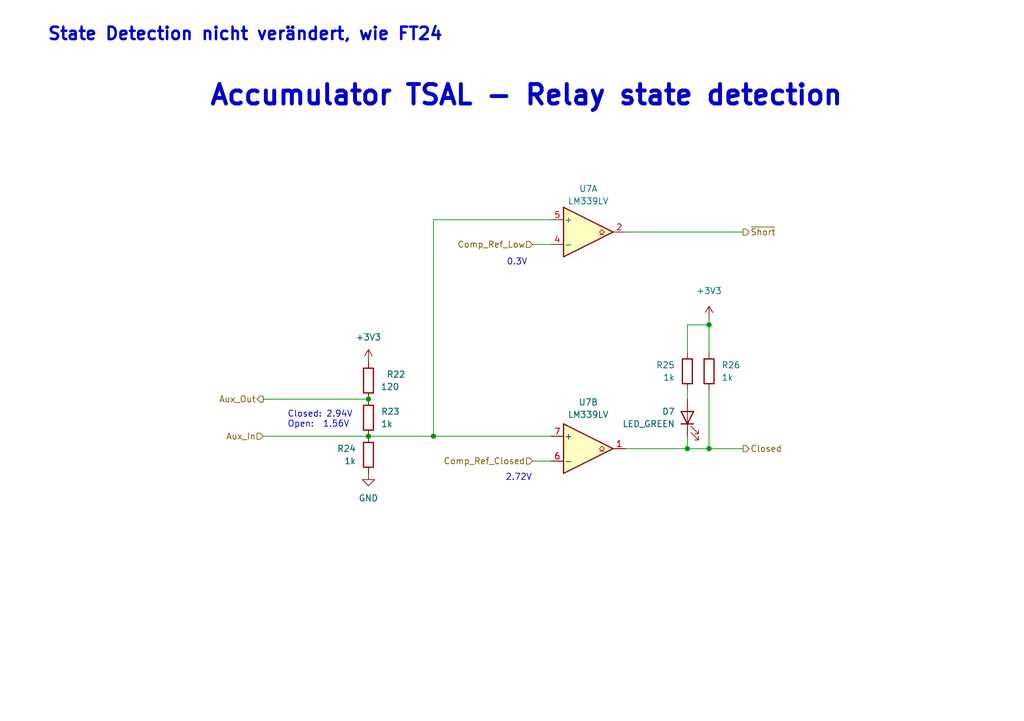
<source format=kicad_sch>
(kicad_sch
	(version 20231120)
	(generator "eeschema")
	(generator_version "8.0")
	(uuid "f2e9e1f3-b338-4b9d-939a-736f10e7d2a5")
	(paper "A5")
	(title_block
		(comment 2 "Accumulator TSAL - Relay state detection")
	)
	(lib_symbols
		(symbol "Comparator:LM339"
			(pin_names
				(offset 0.127)
			)
			(exclude_from_sim no)
			(in_bom yes)
			(on_board yes)
			(property "Reference" "U"
				(at 0 5.08 0)
				(effects
					(font
						(size 1.27 1.27)
					)
					(justify left)
				)
			)
			(property "Value" "LM339"
				(at 0 -5.08 0)
				(effects
					(font
						(size 1.27 1.27)
					)
					(justify left)
				)
			)
			(property "Footprint" ""
				(at -1.27 2.54 0)
				(effects
					(font
						(size 1.27 1.27)
					)
					(hide yes)
				)
			)
			(property "Datasheet" "https://www.st.com/resource/en/datasheet/lm139.pdf"
				(at 1.27 5.08 0)
				(effects
					(font
						(size 1.27 1.27)
					)
					(hide yes)
				)
			)
			(property "Description" "Quad Differential Comparators, SOIC-14/TSSOP-14"
				(at 0 0 0)
				(effects
					(font
						(size 1.27 1.27)
					)
					(hide yes)
				)
			)
			(property "ki_locked" ""
				(at 0 0 0)
				(effects
					(font
						(size 1.27 1.27)
					)
				)
			)
			(property "ki_keywords" "cmp open collector"
				(at 0 0 0)
				(effects
					(font
						(size 1.27 1.27)
					)
					(hide yes)
				)
			)
			(property "ki_fp_filters" "SOIC*3.9x8.7mm*P1.27mm* TSSOP*4.4x5mm*P0.65mm*"
				(at 0 0 0)
				(effects
					(font
						(size 1.27 1.27)
					)
					(hide yes)
				)
			)
			(symbol "LM339_1_1"
				(polyline
					(pts
						(xy -5.08 5.08) (xy 5.08 0) (xy -5.08 -5.08) (xy -5.08 5.08)
					)
					(stroke
						(width 0.254)
						(type default)
					)
					(fill
						(type background)
					)
				)
				(polyline
					(pts
						(xy 3.302 -0.508) (xy 2.794 -0.508) (xy 3.302 0) (xy 2.794 0.508) (xy 2.286 0) (xy 2.794 -0.508)
						(xy 2.286 -0.508)
					)
					(stroke
						(width 0.127)
						(type default)
					)
					(fill
						(type none)
					)
				)
				(pin open_collector line
					(at 7.62 0 180)
					(length 2.54)
					(name "~"
						(effects
							(font
								(size 1.27 1.27)
							)
						)
					)
					(number "2"
						(effects
							(font
								(size 1.27 1.27)
							)
						)
					)
				)
				(pin input line
					(at -7.62 -2.54 0)
					(length 2.54)
					(name "-"
						(effects
							(font
								(size 1.27 1.27)
							)
						)
					)
					(number "4"
						(effects
							(font
								(size 1.27 1.27)
							)
						)
					)
				)
				(pin input line
					(at -7.62 2.54 0)
					(length 2.54)
					(name "+"
						(effects
							(font
								(size 1.27 1.27)
							)
						)
					)
					(number "5"
						(effects
							(font
								(size 1.27 1.27)
							)
						)
					)
				)
			)
			(symbol "LM339_2_1"
				(polyline
					(pts
						(xy -5.08 5.08) (xy 5.08 0) (xy -5.08 -5.08) (xy -5.08 5.08)
					)
					(stroke
						(width 0.254)
						(type default)
					)
					(fill
						(type background)
					)
				)
				(polyline
					(pts
						(xy 3.302 -0.508) (xy 2.794 -0.508) (xy 3.302 0) (xy 2.794 0.508) (xy 2.286 0) (xy 2.794 -0.508)
						(xy 2.286 -0.508)
					)
					(stroke
						(width 0.127)
						(type default)
					)
					(fill
						(type none)
					)
				)
				(pin open_collector line
					(at 7.62 0 180)
					(length 2.54)
					(name "~"
						(effects
							(font
								(size 1.27 1.27)
							)
						)
					)
					(number "1"
						(effects
							(font
								(size 1.27 1.27)
							)
						)
					)
				)
				(pin input line
					(at -7.62 -2.54 0)
					(length 2.54)
					(name "-"
						(effects
							(font
								(size 1.27 1.27)
							)
						)
					)
					(number "6"
						(effects
							(font
								(size 1.27 1.27)
							)
						)
					)
				)
				(pin input line
					(at -7.62 2.54 0)
					(length 2.54)
					(name "+"
						(effects
							(font
								(size 1.27 1.27)
							)
						)
					)
					(number "7"
						(effects
							(font
								(size 1.27 1.27)
							)
						)
					)
				)
			)
			(symbol "LM339_3_1"
				(polyline
					(pts
						(xy -5.08 5.08) (xy 5.08 0) (xy -5.08 -5.08) (xy -5.08 5.08)
					)
					(stroke
						(width 0.254)
						(type default)
					)
					(fill
						(type background)
					)
				)
				(polyline
					(pts
						(xy 3.302 -0.508) (xy 2.794 -0.508) (xy 3.302 0) (xy 2.794 0.508) (xy 2.286 0) (xy 2.794 -0.508)
						(xy 2.286 -0.508)
					)
					(stroke
						(width 0.127)
						(type default)
					)
					(fill
						(type none)
					)
				)
				(pin input line
					(at -7.62 -2.54 0)
					(length 2.54)
					(name "-"
						(effects
							(font
								(size 1.27 1.27)
							)
						)
					)
					(number "10"
						(effects
							(font
								(size 1.27 1.27)
							)
						)
					)
				)
				(pin input line
					(at -7.62 2.54 0)
					(length 2.54)
					(name "+"
						(effects
							(font
								(size 1.27 1.27)
							)
						)
					)
					(number "11"
						(effects
							(font
								(size 1.27 1.27)
							)
						)
					)
				)
				(pin open_collector line
					(at 7.62 0 180)
					(length 2.54)
					(name "~"
						(effects
							(font
								(size 1.27 1.27)
							)
						)
					)
					(number "13"
						(effects
							(font
								(size 1.27 1.27)
							)
						)
					)
				)
			)
			(symbol "LM339_4_1"
				(polyline
					(pts
						(xy -5.08 5.08) (xy 5.08 0) (xy -5.08 -5.08) (xy -5.08 5.08)
					)
					(stroke
						(width 0.254)
						(type default)
					)
					(fill
						(type background)
					)
				)
				(polyline
					(pts
						(xy 3.302 -0.508) (xy 2.794 -0.508) (xy 3.302 0) (xy 2.794 0.508) (xy 2.286 0) (xy 2.794 -0.508)
						(xy 2.286 -0.508)
					)
					(stroke
						(width 0.127)
						(type default)
					)
					(fill
						(type none)
					)
				)
				(pin open_collector line
					(at 7.62 0 180)
					(length 2.54)
					(name "~"
						(effects
							(font
								(size 1.27 1.27)
							)
						)
					)
					(number "14"
						(effects
							(font
								(size 1.27 1.27)
							)
						)
					)
				)
				(pin input line
					(at -7.62 -2.54 0)
					(length 2.54)
					(name "-"
						(effects
							(font
								(size 1.27 1.27)
							)
						)
					)
					(number "8"
						(effects
							(font
								(size 1.27 1.27)
							)
						)
					)
				)
				(pin input line
					(at -7.62 2.54 0)
					(length 2.54)
					(name "+"
						(effects
							(font
								(size 1.27 1.27)
							)
						)
					)
					(number "9"
						(effects
							(font
								(size 1.27 1.27)
							)
						)
					)
				)
			)
			(symbol "LM339_5_1"
				(pin power_in line
					(at -2.54 -7.62 90)
					(length 3.81)
					(name "V-"
						(effects
							(font
								(size 1.27 1.27)
							)
						)
					)
					(number "12"
						(effects
							(font
								(size 1.27 1.27)
							)
						)
					)
				)
				(pin power_in line
					(at -2.54 7.62 270)
					(length 3.81)
					(name "V+"
						(effects
							(font
								(size 1.27 1.27)
							)
						)
					)
					(number "3"
						(effects
							(font
								(size 1.27 1.27)
							)
						)
					)
				)
			)
		)
		(symbol "Device:LED"
			(pin_numbers hide)
			(pin_names
				(offset 1.016) hide)
			(exclude_from_sim no)
			(in_bom yes)
			(on_board yes)
			(property "Reference" "D"
				(at 0 2.54 0)
				(effects
					(font
						(size 1.27 1.27)
					)
				)
			)
			(property "Value" "LED"
				(at 0 -2.54 0)
				(effects
					(font
						(size 1.27 1.27)
					)
				)
			)
			(property "Footprint" ""
				(at 0 0 0)
				(effects
					(font
						(size 1.27 1.27)
					)
					(hide yes)
				)
			)
			(property "Datasheet" "~"
				(at 0 0 0)
				(effects
					(font
						(size 1.27 1.27)
					)
					(hide yes)
				)
			)
			(property "Description" "Light emitting diode"
				(at 0 0 0)
				(effects
					(font
						(size 1.27 1.27)
					)
					(hide yes)
				)
			)
			(property "ki_keywords" "LED diode"
				(at 0 0 0)
				(effects
					(font
						(size 1.27 1.27)
					)
					(hide yes)
				)
			)
			(property "ki_fp_filters" "LED* LED_SMD:* LED_THT:*"
				(at 0 0 0)
				(effects
					(font
						(size 1.27 1.27)
					)
					(hide yes)
				)
			)
			(symbol "LED_0_1"
				(polyline
					(pts
						(xy -1.27 -1.27) (xy -1.27 1.27)
					)
					(stroke
						(width 0.254)
						(type default)
					)
					(fill
						(type none)
					)
				)
				(polyline
					(pts
						(xy -1.27 0) (xy 1.27 0)
					)
					(stroke
						(width 0)
						(type default)
					)
					(fill
						(type none)
					)
				)
				(polyline
					(pts
						(xy 1.27 -1.27) (xy 1.27 1.27) (xy -1.27 0) (xy 1.27 -1.27)
					)
					(stroke
						(width 0.254)
						(type default)
					)
					(fill
						(type none)
					)
				)
				(polyline
					(pts
						(xy -3.048 -0.762) (xy -4.572 -2.286) (xy -3.81 -2.286) (xy -4.572 -2.286) (xy -4.572 -1.524)
					)
					(stroke
						(width 0)
						(type default)
					)
					(fill
						(type none)
					)
				)
				(polyline
					(pts
						(xy -1.778 -0.762) (xy -3.302 -2.286) (xy -2.54 -2.286) (xy -3.302 -2.286) (xy -3.302 -1.524)
					)
					(stroke
						(width 0)
						(type default)
					)
					(fill
						(type none)
					)
				)
			)
			(symbol "LED_1_1"
				(pin passive line
					(at -3.81 0 0)
					(length 2.54)
					(name "K"
						(effects
							(font
								(size 1.27 1.27)
							)
						)
					)
					(number "1"
						(effects
							(font
								(size 1.27 1.27)
							)
						)
					)
				)
				(pin passive line
					(at 3.81 0 180)
					(length 2.54)
					(name "A"
						(effects
							(font
								(size 1.27 1.27)
							)
						)
					)
					(number "2"
						(effects
							(font
								(size 1.27 1.27)
							)
						)
					)
				)
			)
		)
		(symbol "Device:R"
			(pin_numbers hide)
			(pin_names
				(offset 0)
			)
			(exclude_from_sim no)
			(in_bom yes)
			(on_board yes)
			(property "Reference" "R"
				(at 2.032 0 90)
				(effects
					(font
						(size 1.27 1.27)
					)
				)
			)
			(property "Value" "R"
				(at 0 0 90)
				(effects
					(font
						(size 1.27 1.27)
					)
				)
			)
			(property "Footprint" ""
				(at -1.778 0 90)
				(effects
					(font
						(size 1.27 1.27)
					)
					(hide yes)
				)
			)
			(property "Datasheet" "~"
				(at 0 0 0)
				(effects
					(font
						(size 1.27 1.27)
					)
					(hide yes)
				)
			)
			(property "Description" "Resistor"
				(at 0 0 0)
				(effects
					(font
						(size 1.27 1.27)
					)
					(hide yes)
				)
			)
			(property "ki_keywords" "R res resistor"
				(at 0 0 0)
				(effects
					(font
						(size 1.27 1.27)
					)
					(hide yes)
				)
			)
			(property "ki_fp_filters" "R_*"
				(at 0 0 0)
				(effects
					(font
						(size 1.27 1.27)
					)
					(hide yes)
				)
			)
			(symbol "R_0_1"
				(rectangle
					(start -1.016 -2.54)
					(end 1.016 2.54)
					(stroke
						(width 0.254)
						(type default)
					)
					(fill
						(type none)
					)
				)
			)
			(symbol "R_1_1"
				(pin passive line
					(at 0 3.81 270)
					(length 1.27)
					(name "~"
						(effects
							(font
								(size 1.27 1.27)
							)
						)
					)
					(number "1"
						(effects
							(font
								(size 1.27 1.27)
							)
						)
					)
				)
				(pin passive line
					(at 0 -3.81 90)
					(length 1.27)
					(name "~"
						(effects
							(font
								(size 1.27 1.27)
							)
						)
					)
					(number "2"
						(effects
							(font
								(size 1.27 1.27)
							)
						)
					)
				)
			)
		)
		(symbol "power:+3V3"
			(power)
			(pin_numbers hide)
			(pin_names
				(offset 0) hide)
			(exclude_from_sim no)
			(in_bom yes)
			(on_board yes)
			(property "Reference" "#PWR"
				(at 0 -3.81 0)
				(effects
					(font
						(size 1.27 1.27)
					)
					(hide yes)
				)
			)
			(property "Value" "+3V3"
				(at 0 3.556 0)
				(effects
					(font
						(size 1.27 1.27)
					)
				)
			)
			(property "Footprint" ""
				(at 0 0 0)
				(effects
					(font
						(size 1.27 1.27)
					)
					(hide yes)
				)
			)
			(property "Datasheet" ""
				(at 0 0 0)
				(effects
					(font
						(size 1.27 1.27)
					)
					(hide yes)
				)
			)
			(property "Description" "Power symbol creates a global label with name \"+3V3\""
				(at 0 0 0)
				(effects
					(font
						(size 1.27 1.27)
					)
					(hide yes)
				)
			)
			(property "ki_keywords" "global power"
				(at 0 0 0)
				(effects
					(font
						(size 1.27 1.27)
					)
					(hide yes)
				)
			)
			(symbol "+3V3_0_1"
				(polyline
					(pts
						(xy -0.762 1.27) (xy 0 2.54)
					)
					(stroke
						(width 0)
						(type default)
					)
					(fill
						(type none)
					)
				)
				(polyline
					(pts
						(xy 0 0) (xy 0 2.54)
					)
					(stroke
						(width 0)
						(type default)
					)
					(fill
						(type none)
					)
				)
				(polyline
					(pts
						(xy 0 2.54) (xy 0.762 1.27)
					)
					(stroke
						(width 0)
						(type default)
					)
					(fill
						(type none)
					)
				)
			)
			(symbol "+3V3_1_1"
				(pin power_in line
					(at 0 0 90)
					(length 0)
					(name "~"
						(effects
							(font
								(size 1.27 1.27)
							)
						)
					)
					(number "1"
						(effects
							(font
								(size 1.27 1.27)
							)
						)
					)
				)
			)
		)
		(symbol "power:GND"
			(power)
			(pin_numbers hide)
			(pin_names
				(offset 0) hide)
			(exclude_from_sim no)
			(in_bom yes)
			(on_board yes)
			(property "Reference" "#PWR"
				(at 0 -6.35 0)
				(effects
					(font
						(size 1.27 1.27)
					)
					(hide yes)
				)
			)
			(property "Value" "GND"
				(at 0 -3.81 0)
				(effects
					(font
						(size 1.27 1.27)
					)
				)
			)
			(property "Footprint" ""
				(at 0 0 0)
				(effects
					(font
						(size 1.27 1.27)
					)
					(hide yes)
				)
			)
			(property "Datasheet" ""
				(at 0 0 0)
				(effects
					(font
						(size 1.27 1.27)
					)
					(hide yes)
				)
			)
			(property "Description" "Power symbol creates a global label with name \"GND\" , ground"
				(at 0 0 0)
				(effects
					(font
						(size 1.27 1.27)
					)
					(hide yes)
				)
			)
			(property "ki_keywords" "global power"
				(at 0 0 0)
				(effects
					(font
						(size 1.27 1.27)
					)
					(hide yes)
				)
			)
			(symbol "GND_0_1"
				(polyline
					(pts
						(xy 0 0) (xy 0 -1.27) (xy 1.27 -1.27) (xy 0 -2.54) (xy -1.27 -1.27) (xy 0 -1.27)
					)
					(stroke
						(width 0)
						(type default)
					)
					(fill
						(type none)
					)
				)
			)
			(symbol "GND_1_1"
				(pin power_in line
					(at 0 0 270)
					(length 0)
					(name "~"
						(effects
							(font
								(size 1.27 1.27)
							)
						)
					)
					(number "1"
						(effects
							(font
								(size 1.27 1.27)
							)
						)
					)
				)
			)
		)
	)
	(junction
		(at 140.97 92.075)
		(diameter 0)
		(color 0 0 0 0)
		(uuid "1d3dd314-d0de-4233-bfa8-dcf10ccc2026")
	)
	(junction
		(at 145.415 92.075)
		(diameter 0)
		(color 0 0 0 0)
		(uuid "30c211d6-239b-4043-ade8-8dc6986ed4e4")
	)
	(junction
		(at 88.9 89.535)
		(diameter 0)
		(color 0 0 0 0)
		(uuid "3ca84114-241f-4f48-ab1f-7f2dde87ae1c")
	)
	(junction
		(at 75.565 81.915)
		(diameter 0)
		(color 0 0 0 0)
		(uuid "8a523b09-bcba-409a-b775-eba8de0fe2d5")
	)
	(junction
		(at 75.565 89.535)
		(diameter 0)
		(color 0 0 0 0)
		(uuid "c9837770-9e24-4463-8bcd-21dc1b0a233c")
	)
	(junction
		(at 145.415 66.675)
		(diameter 0)
		(color 0 0 0 0)
		(uuid "f4e9a88e-981e-4263-bdd4-d0506e4905eb")
	)
	(wire
		(pts
			(xy 145.415 80.01) (xy 145.415 92.075)
		)
		(stroke
			(width 0)
			(type default)
		)
		(uuid "05b0369f-c301-41ce-a118-ae5bf28690dd")
	)
	(wire
		(pts
			(xy 53.975 81.915) (xy 75.565 81.915)
		)
		(stroke
			(width 0)
			(type default)
		)
		(uuid "2ad450e8-bdc8-4d36-8c9f-aa9546b3578d")
	)
	(wire
		(pts
			(xy 75.565 89.535) (xy 88.9 89.535)
		)
		(stroke
			(width 0)
			(type default)
		)
		(uuid "2ee9b850-4efd-4e89-b391-aed8fc700c07")
	)
	(wire
		(pts
			(xy 145.415 66.675) (xy 145.415 72.39)
		)
		(stroke
			(width 0)
			(type default)
		)
		(uuid "2f5db699-1ca8-471d-908a-1037b11fff7f")
	)
	(wire
		(pts
			(xy 145.415 65.405) (xy 145.415 66.675)
		)
		(stroke
			(width 0)
			(type default)
		)
		(uuid "3c1dd601-a16c-4e9a-a8c1-2dbae900faae")
	)
	(wire
		(pts
			(xy 128.27 92.075) (xy 140.97 92.075)
		)
		(stroke
			(width 0)
			(type default)
		)
		(uuid "563f5651-fda3-4080-b6ee-169596b80dfe")
	)
	(wire
		(pts
			(xy 109.22 94.615) (xy 113.03 94.615)
		)
		(stroke
			(width 0)
			(type default)
		)
		(uuid "5edf5f4c-24ad-4f9c-b1e3-ec9843a21757")
	)
	(wire
		(pts
			(xy 128.27 47.625) (xy 152.4 47.625)
		)
		(stroke
			(width 0)
			(type default)
		)
		(uuid "69bc3707-39ce-4707-abfe-877f06b424a7")
	)
	(wire
		(pts
			(xy 109.22 50.165) (xy 113.03 50.165)
		)
		(stroke
			(width 0)
			(type default)
		)
		(uuid "7ef59bd1-2177-4689-939e-d2f1f419fa14")
	)
	(wire
		(pts
			(xy 88.9 45.085) (xy 88.9 89.535)
		)
		(stroke
			(width 0)
			(type default)
		)
		(uuid "92455749-cf87-4c97-91c1-b44aa8142af1")
	)
	(wire
		(pts
			(xy 140.97 80.01) (xy 140.97 81.915)
		)
		(stroke
			(width 0)
			(type default)
		)
		(uuid "a6b0cbeb-03a5-4d5e-97a9-c9ea9850a5c9")
	)
	(wire
		(pts
			(xy 145.415 92.075) (xy 152.4 92.075)
		)
		(stroke
			(width 0)
			(type default)
		)
		(uuid "a6f1e762-ea78-47e7-910e-fc90f8c83b72")
	)
	(wire
		(pts
			(xy 53.975 89.535) (xy 75.565 89.535)
		)
		(stroke
			(width 0)
			(type default)
		)
		(uuid "c11cd985-b3b2-4d9c-82a4-ad48a69b81e3")
	)
	(wire
		(pts
			(xy 140.97 66.675) (xy 140.97 72.39)
		)
		(stroke
			(width 0)
			(type default)
		)
		(uuid "d4d2c56d-ff6a-4b58-8570-185867e2f203")
	)
	(wire
		(pts
			(xy 88.9 89.535) (xy 113.03 89.535)
		)
		(stroke
			(width 0)
			(type default)
		)
		(uuid "dffbd5a2-1a93-4f2a-9424-c71d27f195e9")
	)
	(wire
		(pts
			(xy 88.9 45.085) (xy 113.03 45.085)
		)
		(stroke
			(width 0)
			(type default)
		)
		(uuid "ea514ddf-f898-4e70-a32c-2955b934fc79")
	)
	(wire
		(pts
			(xy 140.97 89.535) (xy 140.97 92.075)
		)
		(stroke
			(width 0)
			(type default)
		)
		(uuid "ef1a8d24-2961-4c2f-9822-0f47c24d548e")
	)
	(wire
		(pts
			(xy 140.97 66.675) (xy 145.415 66.675)
		)
		(stroke
			(width 0)
			(type default)
		)
		(uuid "efac4e5c-0dcf-4fda-b1aa-42f96bbcd5c1")
	)
	(wire
		(pts
			(xy 140.97 92.075) (xy 145.415 92.075)
		)
		(stroke
			(width 0)
			(type default)
		)
		(uuid "f74fa686-9713-49c0-8ec3-b527292e8c07")
	)
	(text "Accumulator TSAL - Relay state detection"
		(exclude_from_sim no)
		(at 107.95 19.685 0)
		(effects
			(font
				(size 4 4)
				(bold yes)
			)
		)
		(uuid "06260f95-dfa4-4d92-ad59-2b51c6f0145b")
	)
	(text "0.3V"
		(exclude_from_sim no)
		(at 103.886 54.61 0)
		(effects
			(font
				(size 1.27 1.27)
			)
			(justify left bottom)
		)
		(uuid "71459555-970f-4c55-8475-36962609e46e")
	)
	(text "2.72V"
		(exclude_from_sim no)
		(at 103.632 98.806 0)
		(effects
			(font
				(size 1.27 1.27)
			)
			(justify left bottom)
		)
		(uuid "8caf1b0f-75da-4d19-a8d6-6e49939b0b53")
	)
	(text "Closed: 2.94V\nOpen:  1.56V"
		(exclude_from_sim no)
		(at 58.928 87.884 0)
		(effects
			(font
				(size 1.27 1.27)
			)
			(justify left bottom)
		)
		(uuid "a28e69bd-9e8e-480e-9f94-2ad2de5d5e2b")
	)
	(text "State Detection nicht verändert, wie FT24"
		(exclude_from_sim no)
		(at 50.292 7.112 0)
		(effects
			(font
				(size 2.54 2.54)
				(thickness 0.508)
				(bold yes)
			)
		)
		(uuid "c94d1f4d-771b-4b90-bb9f-b1c414f7cf00")
	)
	(hierarchical_label "Comp_Ref_Closed"
		(shape input)
		(at 109.22 94.615 180)
		(fields_autoplaced yes)
		(effects
			(font
				(size 1.27 1.27)
			)
			(justify right)
		)
		(uuid "276a4cf8-5dfd-46a6-bd59-d2919b7706e6")
	)
	(hierarchical_label "Aux_In"
		(shape input)
		(at 53.975 89.535 180)
		(fields_autoplaced yes)
		(effects
			(font
				(size 1.27 1.27)
			)
			(justify right)
		)
		(uuid "516fe93e-5802-45b8-9c6f-e2e067eca2df")
	)
	(hierarchical_label "Comp_Ref_Low"
		(shape input)
		(at 109.22 50.165 180)
		(fields_autoplaced yes)
		(effects
			(font
				(size 1.27 1.27)
			)
			(justify right)
		)
		(uuid "9c41befa-beb5-4413-a22d-f173d5ae597a")
	)
	(hierarchical_label "Closed"
		(shape output)
		(at 152.4 92.075 0)
		(fields_autoplaced yes)
		(effects
			(font
				(size 1.27 1.27)
			)
			(justify left)
		)
		(uuid "a0383fd1-b13d-47b2-b725-bfcf7174c3e6")
	)
	(hierarchical_label "~{Short}"
		(shape output)
		(at 152.4 47.625 0)
		(fields_autoplaced yes)
		(effects
			(font
				(size 1.27 1.27)
			)
			(justify left)
		)
		(uuid "c357a855-b414-4b47-bc4d-03f4a11e756a")
	)
	(hierarchical_label "Aux_Out"
		(shape output)
		(at 53.975 81.915 180)
		(fields_autoplaced yes)
		(effects
			(font
				(size 1.27 1.27)
			)
			(justify right)
		)
		(uuid "fb0c5151-4aad-4c40-ac98-1cedf7084536")
	)
	(symbol
		(lib_id "power:+3V3")
		(at 145.415 65.405 0)
		(unit 1)
		(exclude_from_sim no)
		(in_bom yes)
		(on_board yes)
		(dnp no)
		(fields_autoplaced yes)
		(uuid "03518705-a9fd-48e8-9839-2af84b286126")
		(property "Reference" "#PWR031"
			(at 145.415 69.215 0)
			(effects
				(font
					(size 1.27 1.27)
				)
				(hide yes)
			)
		)
		(property "Value" "+3V3"
			(at 145.415 59.69 0)
			(effects
				(font
					(size 1.27 1.27)
				)
			)
		)
		(property "Footprint" ""
			(at 145.415 65.405 0)
			(effects
				(font
					(size 1.27 1.27)
				)
				(hide yes)
			)
		)
		(property "Datasheet" ""
			(at 145.415 65.405 0)
			(effects
				(font
					(size 1.27 1.27)
				)
				(hide yes)
			)
		)
		(property "Description" "Power symbol creates a global label with name \"+3V3\""
			(at 145.415 65.405 0)
			(effects
				(font
					(size 1.27 1.27)
				)
				(hide yes)
			)
		)
		(pin "1"
			(uuid "700d0810-b14c-4f7b-bde0-461eb7b8be23")
		)
		(instances
			(project "Master_FT25"
				(path "/e63e39d7-6ac0-4ffd-8aa3-1841a4541b55/5ce1aa0c-f98f-4b94-80bd-f188cf4c57de/2ae0b1fd-fee3-408b-93e7-ef23032d24e5"
					(reference "#PWR031")
					(unit 1)
				)
				(path "/e63e39d7-6ac0-4ffd-8aa3-1841a4541b55/5ce1aa0c-f98f-4b94-80bd-f188cf4c57de/e649f750-43fb-4736-9da9-c800ce3f6889"
					(reference "#PWR034")
					(unit 1)
				)
				(path "/e63e39d7-6ac0-4ffd-8aa3-1841a4541b55/5ce1aa0c-f98f-4b94-80bd-f188cf4c57de/54737fac-fcef-40fa-b622-603ee6208743"
					(reference "#PWR037")
					(unit 1)
				)
			)
		)
	)
	(symbol
		(lib_id "Comparator:LM339")
		(at 120.65 92.075 0)
		(unit 2)
		(exclude_from_sim no)
		(in_bom yes)
		(on_board yes)
		(dnp no)
		(fields_autoplaced yes)
		(uuid "0b72ffc6-666f-4365-a8e2-e330a45de594")
		(property "Reference" "U7"
			(at 120.65 82.55 0)
			(effects
				(font
					(size 1.27 1.27)
				)
			)
		)
		(property "Value" "LM339LV"
			(at 120.65 85.09 0)
			(effects
				(font
					(size 1.27 1.27)
				)
			)
		)
		(property "Footprint" "Package_SO:TSSOP-14_4.4x5mm_P0.65mm"
			(at 119.38 89.535 0)
			(effects
				(font
					(size 1.27 1.27)
				)
				(hide yes)
			)
		)
		(property "Datasheet" "https://www.st.com/resource/en/datasheet/lm139.pdf"
			(at 121.92 86.995 0)
			(effects
				(font
					(size 1.27 1.27)
				)
				(hide yes)
			)
		)
		(property "Description" "Quad Differential Comparators, SOIC-14/TSSOP-14"
			(at 120.65 92.075 0)
			(effects
				(font
					(size 1.27 1.27)
				)
				(hide yes)
			)
		)
		(pin "2"
			(uuid "547a7c1e-762b-41e8-9e26-12eb67d18104")
		)
		(pin "4"
			(uuid "cd8a7700-92e2-4af4-a189-f68581e39abd")
		)
		(pin "5"
			(uuid "4e849c5a-e725-4d18-b628-9a323a34213e")
		)
		(pin "1"
			(uuid "d3e44f3c-4ea7-4046-87e4-ad4060de41af")
		)
		(pin "6"
			(uuid "1faa748a-5099-43ac-afb0-e138427cdb07")
		)
		(pin "7"
			(uuid "36ff7564-d0f5-43f7-9753-c87e1e835845")
		)
		(pin "10"
			(uuid "68218e22-1193-4ea9-90d7-b60c1f0ce7fb")
		)
		(pin "11"
			(uuid "b6fe5d6e-00db-4f68-9b65-f8698d5deccc")
		)
		(pin "13"
			(uuid "567c07aa-1c51-4ef9-9945-4465a760d0a0")
		)
		(pin "14"
			(uuid "395b8bc4-cd8e-4f71-84fb-5ff00b81cd8d")
		)
		(pin "8"
			(uuid "fe105cce-f7dd-48fc-ae6b-43c06684af9d")
		)
		(pin "9"
			(uuid "a9227473-e068-4ac1-a7ed-e3905307a961")
		)
		(pin "12"
			(uuid "d6c2a930-488e-4a1e-9aef-115a8499b66e")
		)
		(pin "3"
			(uuid "f35b7aa3-fb69-4b6a-9c5b-4f3dd0b81c4b")
		)
		(instances
			(project "Master_FT25"
				(path "/e63e39d7-6ac0-4ffd-8aa3-1841a4541b55/5ce1aa0c-f98f-4b94-80bd-f188cf4c57de/2ae0b1fd-fee3-408b-93e7-ef23032d24e5"
					(reference "U7")
					(unit 2)
				)
				(path "/e63e39d7-6ac0-4ffd-8aa3-1841a4541b55/5ce1aa0c-f98f-4b94-80bd-f188cf4c57de/e649f750-43fb-4736-9da9-c800ce3f6889"
					(reference "U7")
					(unit 4)
				)
				(path "/e63e39d7-6ac0-4ffd-8aa3-1841a4541b55/5ce1aa0c-f98f-4b94-80bd-f188cf4c57de/54737fac-fcef-40fa-b622-603ee6208743"
					(reference "U5")
					(unit 2)
				)
			)
		)
	)
	(symbol
		(lib_id "Device:R")
		(at 75.565 78.105 0)
		(mirror x)
		(unit 1)
		(exclude_from_sim no)
		(in_bom yes)
		(on_board yes)
		(dnp no)
		(uuid "5d98537b-1064-421a-8631-9a73bc20a1f5")
		(property "Reference" "R22"
			(at 83.185 76.835 0)
			(effects
				(font
					(size 1.27 1.27)
				)
				(justify right)
			)
		)
		(property "Value" "120"
			(at 81.915 79.375 0)
			(effects
				(font
					(size 1.27 1.27)
				)
				(justify right)
			)
		)
		(property "Footprint" "Resistor_SMD:R_0603_1608Metric"
			(at 73.787 78.105 90)
			(effects
				(font
					(size 1.27 1.27)
				)
				(hide yes)
			)
		)
		(property "Datasheet" "~"
			(at 75.565 78.105 0)
			(effects
				(font
					(size 1.27 1.27)
				)
				(hide yes)
			)
		)
		(property "Description" "Resistor"
			(at 75.565 78.105 0)
			(effects
				(font
					(size 1.27 1.27)
				)
				(hide yes)
			)
		)
		(pin "1"
			(uuid "65dec46c-18fe-449f-8ba8-01868c917035")
		)
		(pin "2"
			(uuid "dde9989f-b411-44a3-98c3-53547d5474da")
		)
		(instances
			(project "Master_FT25"
				(path "/e63e39d7-6ac0-4ffd-8aa3-1841a4541b55/5ce1aa0c-f98f-4b94-80bd-f188cf4c57de/2ae0b1fd-fee3-408b-93e7-ef23032d24e5"
					(reference "R22")
					(unit 1)
				)
				(path "/e63e39d7-6ac0-4ffd-8aa3-1841a4541b55/5ce1aa0c-f98f-4b94-80bd-f188cf4c57de/e649f750-43fb-4736-9da9-c800ce3f6889"
					(reference "R27")
					(unit 1)
				)
				(path "/e63e39d7-6ac0-4ffd-8aa3-1841a4541b55/5ce1aa0c-f98f-4b94-80bd-f188cf4c57de/54737fac-fcef-40fa-b622-603ee6208743"
					(reference "R32")
					(unit 1)
				)
			)
		)
	)
	(symbol
		(lib_id "power:+3V3")
		(at 75.565 74.295 0)
		(mirror y)
		(unit 1)
		(exclude_from_sim no)
		(in_bom yes)
		(on_board yes)
		(dnp no)
		(fields_autoplaced yes)
		(uuid "7535fa0f-bc6f-4340-8f8d-bf7bdd433375")
		(property "Reference" "#PWR029"
			(at 75.565 78.105 0)
			(effects
				(font
					(size 1.27 1.27)
				)
				(hide yes)
			)
		)
		(property "Value" "+3V3"
			(at 75.565 69.215 0)
			(effects
				(font
					(size 1.27 1.27)
				)
			)
		)
		(property "Footprint" ""
			(at 75.565 74.295 0)
			(effects
				(font
					(size 1.27 1.27)
				)
				(hide yes)
			)
		)
		(property "Datasheet" ""
			(at 75.565 74.295 0)
			(effects
				(font
					(size 1.27 1.27)
				)
				(hide yes)
			)
		)
		(property "Description" "Power symbol creates a global label with name \"+3V3\""
			(at 75.565 74.295 0)
			(effects
				(font
					(size 1.27 1.27)
				)
				(hide yes)
			)
		)
		(pin "1"
			(uuid "6d987db4-7f84-4c68-a13c-029737729595")
		)
		(instances
			(project "Master_FT25"
				(path "/e63e39d7-6ac0-4ffd-8aa3-1841a4541b55/5ce1aa0c-f98f-4b94-80bd-f188cf4c57de/2ae0b1fd-fee3-408b-93e7-ef23032d24e5"
					(reference "#PWR029")
					(unit 1)
				)
				(path "/e63e39d7-6ac0-4ffd-8aa3-1841a4541b55/5ce1aa0c-f98f-4b94-80bd-f188cf4c57de/e649f750-43fb-4736-9da9-c800ce3f6889"
					(reference "#PWR032")
					(unit 1)
				)
				(path "/e63e39d7-6ac0-4ffd-8aa3-1841a4541b55/5ce1aa0c-f98f-4b94-80bd-f188cf4c57de/54737fac-fcef-40fa-b622-603ee6208743"
					(reference "#PWR035")
					(unit 1)
				)
			)
		)
	)
	(symbol
		(lib_id "power:GND")
		(at 75.565 97.155 0)
		(mirror y)
		(unit 1)
		(exclude_from_sim no)
		(in_bom yes)
		(on_board yes)
		(dnp no)
		(fields_autoplaced yes)
		(uuid "78141151-1a1d-4e0d-8e99-d95f58df69f8")
		(property "Reference" "#PWR030"
			(at 75.565 103.505 0)
			(effects
				(font
					(size 1.27 1.27)
				)
				(hide yes)
			)
		)
		(property "Value" "GND"
			(at 75.565 102.235 0)
			(effects
				(font
					(size 1.27 1.27)
				)
			)
		)
		(property "Footprint" ""
			(at 75.565 97.155 0)
			(effects
				(font
					(size 1.27 1.27)
				)
				(hide yes)
			)
		)
		(property "Datasheet" ""
			(at 75.565 97.155 0)
			(effects
				(font
					(size 1.27 1.27)
				)
				(hide yes)
			)
		)
		(property "Description" "Power symbol creates a global label with name \"GND\" , ground"
			(at 75.565 97.155 0)
			(effects
				(font
					(size 1.27 1.27)
				)
				(hide yes)
			)
		)
		(pin "1"
			(uuid "2a15660a-f530-46ba-87c1-b24cc780a2b9")
		)
		(instances
			(project "Master_FT25"
				(path "/e63e39d7-6ac0-4ffd-8aa3-1841a4541b55/5ce1aa0c-f98f-4b94-80bd-f188cf4c57de/2ae0b1fd-fee3-408b-93e7-ef23032d24e5"
					(reference "#PWR030")
					(unit 1)
				)
				(path "/e63e39d7-6ac0-4ffd-8aa3-1841a4541b55/5ce1aa0c-f98f-4b94-80bd-f188cf4c57de/e649f750-43fb-4736-9da9-c800ce3f6889"
					(reference "#PWR033")
					(unit 1)
				)
				(path "/e63e39d7-6ac0-4ffd-8aa3-1841a4541b55/5ce1aa0c-f98f-4b94-80bd-f188cf4c57de/54737fac-fcef-40fa-b622-603ee6208743"
					(reference "#PWR036")
					(unit 1)
				)
			)
		)
	)
	(symbol
		(lib_id "Comparator:LM339")
		(at 120.65 47.625 0)
		(unit 1)
		(exclude_from_sim no)
		(in_bom yes)
		(on_board yes)
		(dnp no)
		(fields_autoplaced yes)
		(uuid "823a5206-ea90-4200-99b7-c699e9e3c807")
		(property "Reference" "U7"
			(at 120.65 38.735 0)
			(effects
				(font
					(size 1.27 1.27)
				)
			)
		)
		(property "Value" "LM339LV"
			(at 120.65 41.275 0)
			(effects
				(font
					(size 1.27 1.27)
				)
			)
		)
		(property "Footprint" "Package_SO:TSSOP-14_4.4x5mm_P0.65mm"
			(at 119.38 45.085 0)
			(effects
				(font
					(size 1.27 1.27)
				)
				(hide yes)
			)
		)
		(property "Datasheet" "https://www.st.com/resource/en/datasheet/lm139.pdf"
			(at 121.92 42.545 0)
			(effects
				(font
					(size 1.27 1.27)
				)
				(hide yes)
			)
		)
		(property "Description" "Quad Differential Comparators, SOIC-14/TSSOP-14"
			(at 120.65 47.625 0)
			(effects
				(font
					(size 1.27 1.27)
				)
				(hide yes)
			)
		)
		(pin "2"
			(uuid "7135b09c-e7da-4c0c-a9e4-f556a13ca1d8")
		)
		(pin "4"
			(uuid "a05a3d3a-0bf1-4132-a37c-0da444f9d990")
		)
		(pin "5"
			(uuid "74d470b5-061f-4d5a-8b6f-67450062b271")
		)
		(pin "1"
			(uuid "711d88df-be6b-4db6-82f2-8c47f482c701")
		)
		(pin "6"
			(uuid "a7fda918-6fed-4f99-abe6-b1d48889dd00")
		)
		(pin "7"
			(uuid "ae6a693b-5da5-44fe-b76b-dccc2c87d40a")
		)
		(pin "10"
			(uuid "68711347-460c-4407-81fc-923d96e3f80d")
		)
		(pin "11"
			(uuid "0726d05e-d7c3-42bd-af8c-6dc6a04fc6f6")
		)
		(pin "13"
			(uuid "f98e0d40-5bc6-4422-80a8-efcc8f18eaa0")
		)
		(pin "14"
			(uuid "cad9676b-7828-4469-afe1-ea97578ec5e3")
		)
		(pin "8"
			(uuid "5edf60ee-bb83-4aba-907c-9bc4dc53b51f")
		)
		(pin "9"
			(uuid "84ed42e8-1866-48a6-a7a3-73209a0e81a4")
		)
		(pin "12"
			(uuid "71fdf0c9-d739-4d8f-b055-82100800c8ca")
		)
		(pin "3"
			(uuid "77a3ba7f-5c63-4883-9f5a-20c1fc31cb00")
		)
		(instances
			(project "Master_FT25"
				(path "/e63e39d7-6ac0-4ffd-8aa3-1841a4541b55/5ce1aa0c-f98f-4b94-80bd-f188cf4c57de/2ae0b1fd-fee3-408b-93e7-ef23032d24e5"
					(reference "U7")
					(unit 1)
				)
				(path "/e63e39d7-6ac0-4ffd-8aa3-1841a4541b55/5ce1aa0c-f98f-4b94-80bd-f188cf4c57de/e649f750-43fb-4736-9da9-c800ce3f6889"
					(reference "U7")
					(unit 3)
				)
				(path "/e63e39d7-6ac0-4ffd-8aa3-1841a4541b55/5ce1aa0c-f98f-4b94-80bd-f188cf4c57de/54737fac-fcef-40fa-b622-603ee6208743"
					(reference "U5")
					(unit 1)
				)
			)
		)
	)
	(symbol
		(lib_id "Device:R")
		(at 75.565 93.345 0)
		(mirror x)
		(unit 1)
		(exclude_from_sim no)
		(in_bom yes)
		(on_board yes)
		(dnp no)
		(fields_autoplaced yes)
		(uuid "898c8bf5-aacd-4de2-aaef-b108cc16946d")
		(property "Reference" "R24"
			(at 73.025 92.0749 0)
			(effects
				(font
					(size 1.27 1.27)
				)
				(justify right)
			)
		)
		(property "Value" "1k"
			(at 73.025 94.6149 0)
			(effects
				(font
					(size 1.27 1.27)
				)
				(justify right)
			)
		)
		(property "Footprint" "Resistor_SMD:R_0603_1608Metric"
			(at 73.787 93.345 90)
			(effects
				(font
					(size 1.27 1.27)
				)
				(hide yes)
			)
		)
		(property "Datasheet" "~"
			(at 75.565 93.345 0)
			(effects
				(font
					(size 1.27 1.27)
				)
				(hide yes)
			)
		)
		(property "Description" "Resistor"
			(at 75.565 93.345 0)
			(effects
				(font
					(size 1.27 1.27)
				)
				(hide yes)
			)
		)
		(pin "1"
			(uuid "d47b6303-e808-4677-908b-69a305f74cf9")
		)
		(pin "2"
			(uuid "7c824336-600b-4320-a0dc-02c0177ab012")
		)
		(instances
			(project "Master_FT25"
				(path "/e63e39d7-6ac0-4ffd-8aa3-1841a4541b55/5ce1aa0c-f98f-4b94-80bd-f188cf4c57de/2ae0b1fd-fee3-408b-93e7-ef23032d24e5"
					(reference "R24")
					(unit 1)
				)
				(path "/e63e39d7-6ac0-4ffd-8aa3-1841a4541b55/5ce1aa0c-f98f-4b94-80bd-f188cf4c57de/e649f750-43fb-4736-9da9-c800ce3f6889"
					(reference "R29")
					(unit 1)
				)
				(path "/e63e39d7-6ac0-4ffd-8aa3-1841a4541b55/5ce1aa0c-f98f-4b94-80bd-f188cf4c57de/54737fac-fcef-40fa-b622-603ee6208743"
					(reference "R34")
					(unit 1)
				)
			)
		)
	)
	(symbol
		(lib_id "Device:R")
		(at 75.565 85.725 0)
		(mirror y)
		(unit 1)
		(exclude_from_sim no)
		(in_bom yes)
		(on_board yes)
		(dnp no)
		(fields_autoplaced yes)
		(uuid "8c8dd503-e03c-4d4c-9cf5-8ddbd1c80ac9")
		(property "Reference" "R23"
			(at 78.105 84.455 0)
			(effects
				(font
					(size 1.27 1.27)
				)
				(justify right)
			)
		)
		(property "Value" "1k"
			(at 78.105 86.995 0)
			(effects
				(font
					(size 1.27 1.27)
				)
				(justify right)
			)
		)
		(property "Footprint" "Resistor_SMD:R_0603_1608Metric"
			(at 77.343 85.725 90)
			(effects
				(font
					(size 1.27 1.27)
				)
				(hide yes)
			)
		)
		(property "Datasheet" "~"
			(at 75.565 85.725 0)
			(effects
				(font
					(size 1.27 1.27)
				)
				(hide yes)
			)
		)
		(property "Description" "Resistor"
			(at 75.565 85.725 0)
			(effects
				(font
					(size 1.27 1.27)
				)
				(hide yes)
			)
		)
		(pin "1"
			(uuid "9ce41f94-2724-4cae-84e8-c19ca831a6a3")
		)
		(pin "2"
			(uuid "06f0484c-30c2-43be-8e9d-c806da7885f6")
		)
		(instances
			(project "Master_FT25"
				(path "/e63e39d7-6ac0-4ffd-8aa3-1841a4541b55/5ce1aa0c-f98f-4b94-80bd-f188cf4c57de/2ae0b1fd-fee3-408b-93e7-ef23032d24e5"
					(reference "R23")
					(unit 1)
				)
				(path "/e63e39d7-6ac0-4ffd-8aa3-1841a4541b55/5ce1aa0c-f98f-4b94-80bd-f188cf4c57de/e649f750-43fb-4736-9da9-c800ce3f6889"
					(reference "R28")
					(unit 1)
				)
				(path "/e63e39d7-6ac0-4ffd-8aa3-1841a4541b55/5ce1aa0c-f98f-4b94-80bd-f188cf4c57de/54737fac-fcef-40fa-b622-603ee6208743"
					(reference "R33")
					(unit 1)
				)
			)
		)
	)
	(symbol
		(lib_id "Device:R")
		(at 140.97 76.2 0)
		(mirror x)
		(unit 1)
		(exclude_from_sim no)
		(in_bom yes)
		(on_board yes)
		(dnp no)
		(fields_autoplaced yes)
		(uuid "9555d99f-6cbf-45f9-b860-732738159584")
		(property "Reference" "R25"
			(at 138.43 74.9299 0)
			(effects
				(font
					(size 1.27 1.27)
				)
				(justify right)
			)
		)
		(property "Value" "1k"
			(at 138.43 77.4699 0)
			(effects
				(font
					(size 1.27 1.27)
				)
				(justify right)
			)
		)
		(property "Footprint" "Resistor_SMD:R_0603_1608Metric"
			(at 139.192 76.2 90)
			(effects
				(font
					(size 1.27 1.27)
				)
				(hide yes)
			)
		)
		(property "Datasheet" "~"
			(at 140.97 76.2 0)
			(effects
				(font
					(size 1.27 1.27)
				)
				(hide yes)
			)
		)
		(property "Description" "Resistor"
			(at 140.97 76.2 0)
			(effects
				(font
					(size 1.27 1.27)
				)
				(hide yes)
			)
		)
		(pin "1"
			(uuid "8c89d067-5449-4f18-b860-dde403f36d8a")
		)
		(pin "2"
			(uuid "f35896bd-24c3-4a89-a0dd-f98e5767fa17")
		)
		(instances
			(project "Master_FT25"
				(path "/e63e39d7-6ac0-4ffd-8aa3-1841a4541b55/5ce1aa0c-f98f-4b94-80bd-f188cf4c57de/2ae0b1fd-fee3-408b-93e7-ef23032d24e5"
					(reference "R25")
					(unit 1)
				)
				(path "/e63e39d7-6ac0-4ffd-8aa3-1841a4541b55/5ce1aa0c-f98f-4b94-80bd-f188cf4c57de/e649f750-43fb-4736-9da9-c800ce3f6889"
					(reference "R30")
					(unit 1)
				)
				(path "/e63e39d7-6ac0-4ffd-8aa3-1841a4541b55/5ce1aa0c-f98f-4b94-80bd-f188cf4c57de/54737fac-fcef-40fa-b622-603ee6208743"
					(reference "R35")
					(unit 1)
				)
			)
		)
	)
	(symbol
		(lib_id "Device:R")
		(at 145.415 76.2 0)
		(unit 1)
		(exclude_from_sim no)
		(in_bom yes)
		(on_board yes)
		(dnp no)
		(fields_autoplaced yes)
		(uuid "9c8965e9-c29b-42c5-bab6-931b4f27d35d")
		(property "Reference" "R26"
			(at 147.955 74.9299 0)
			(effects
				(font
					(size 1.27 1.27)
				)
				(justify left)
			)
		)
		(property "Value" "1k"
			(at 147.955 77.4699 0)
			(effects
				(font
					(size 1.27 1.27)
				)
				(justify left)
			)
		)
		(property "Footprint" "Resistor_SMD:R_0603_1608Metric"
			(at 143.637 76.2 90)
			(effects
				(font
					(size 1.27 1.27)
				)
				(hide yes)
			)
		)
		(property "Datasheet" "~"
			(at 145.415 76.2 0)
			(effects
				(font
					(size 1.27 1.27)
				)
				(hide yes)
			)
		)
		(property "Description" "Resistor"
			(at 145.415 76.2 0)
			(effects
				(font
					(size 1.27 1.27)
				)
				(hide yes)
			)
		)
		(pin "1"
			(uuid "5684eb7a-5890-40c9-a697-eb67450305ed")
		)
		(pin "2"
			(uuid "bb41f099-5fe2-402e-9400-5e0134da7653")
		)
		(instances
			(project "Master_FT25"
				(path "/e63e39d7-6ac0-4ffd-8aa3-1841a4541b55/5ce1aa0c-f98f-4b94-80bd-f188cf4c57de/2ae0b1fd-fee3-408b-93e7-ef23032d24e5"
					(reference "R26")
					(unit 1)
				)
				(path "/e63e39d7-6ac0-4ffd-8aa3-1841a4541b55/5ce1aa0c-f98f-4b94-80bd-f188cf4c57de/e649f750-43fb-4736-9da9-c800ce3f6889"
					(reference "R31")
					(unit 1)
				)
				(path "/e63e39d7-6ac0-4ffd-8aa3-1841a4541b55/5ce1aa0c-f98f-4b94-80bd-f188cf4c57de/54737fac-fcef-40fa-b622-603ee6208743"
					(reference "R36")
					(unit 1)
				)
			)
		)
	)
	(symbol
		(lib_id "Device:LED")
		(at 140.97 85.725 90)
		(unit 1)
		(exclude_from_sim no)
		(in_bom yes)
		(on_board yes)
		(dnp no)
		(uuid "d29709bb-5676-43c6-bc91-ca6cb8ea0e12")
		(property "Reference" "D7"
			(at 138.43 84.455 90)
			(effects
				(font
					(size 1.27 1.27)
				)
				(justify left)
			)
		)
		(property "Value" "LED_GREEN"
			(at 138.43 86.995 90)
			(effects
				(font
					(size 1.27 1.27)
				)
				(justify left)
			)
		)
		(property "Footprint" "LED_SMD:LED_0603_1608Metric"
			(at 140.97 85.725 0)
			(effects
				(font
					(size 1.27 1.27)
				)
				(hide yes)
			)
		)
		(property "Datasheet" "~"
			(at 140.97 85.725 0)
			(effects
				(font
					(size 1.27 1.27)
				)
				(hide yes)
			)
		)
		(property "Description" "Light emitting diode"
			(at 140.97 85.725 0)
			(effects
				(font
					(size 1.27 1.27)
				)
				(hide yes)
			)
		)
		(pin "1"
			(uuid "5a638b61-fbdb-40ac-a389-1e589c09e555")
		)
		(pin "2"
			(uuid "5cc5d891-31f7-41bc-9eab-7cc11f86e6b9")
		)
		(instances
			(project "Master_FT25"
				(path "/e63e39d7-6ac0-4ffd-8aa3-1841a4541b55/5ce1aa0c-f98f-4b94-80bd-f188cf4c57de/2ae0b1fd-fee3-408b-93e7-ef23032d24e5"
					(reference "D7")
					(unit 1)
				)
				(path "/e63e39d7-6ac0-4ffd-8aa3-1841a4541b55/5ce1aa0c-f98f-4b94-80bd-f188cf4c57de/e649f750-43fb-4736-9da9-c800ce3f6889"
					(reference "D8")
					(unit 1)
				)
				(path "/e63e39d7-6ac0-4ffd-8aa3-1841a4541b55/5ce1aa0c-f98f-4b94-80bd-f188cf4c57de/54737fac-fcef-40fa-b622-603ee6208743"
					(reference "D9")
					(unit 1)
				)
			)
		)
	)
)

</source>
